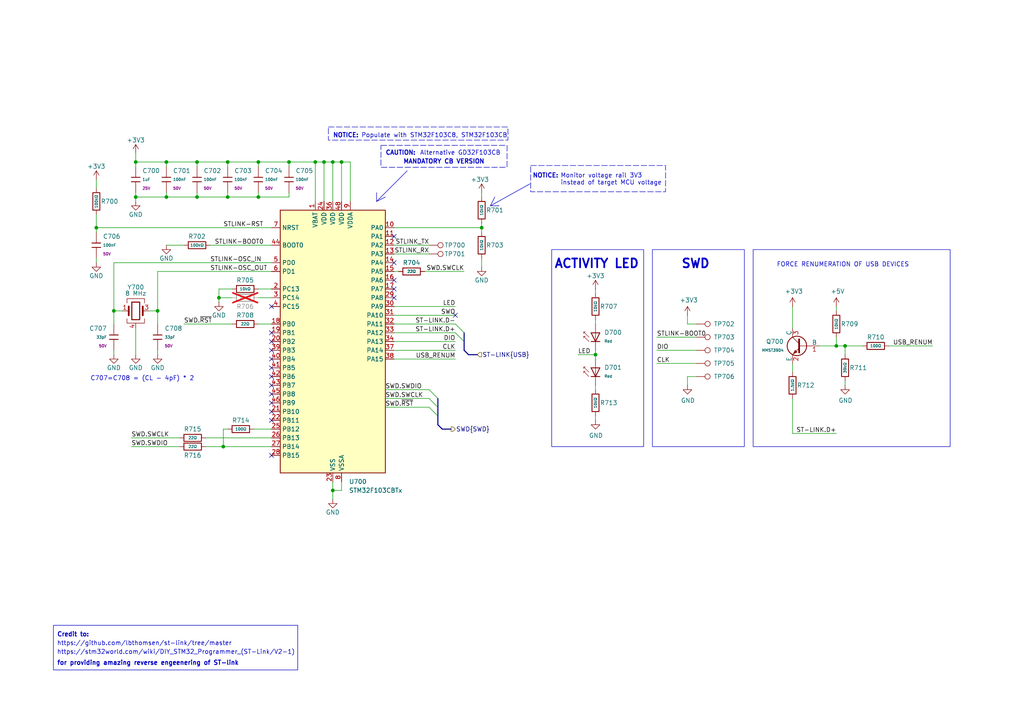
<source format=kicad_sch>
(kicad_sch (version 20250114) (generator "eeschema") (generator_version "9.0")
  (paper "A4")
  (title_block (title "ModuCard GPIO module") (date "2025-06-19") (rev "1.0.0") (company "KoNaR") (comment 1 "Base project authors: Dominik Pluta, Artem Horiunov") (comment 2 "Project author: Dominik Pluta"))
  (rectangle (start 218.44 72.39) (end 275.59 129.54))
  (rectangle (start 189.23 72.39) (end 215.9 129.54))
  (rectangle (start 110.49 42.164) (end 147.066 48.514) (stroke (width 0) (type dash)))
  (rectangle (start 160.02 72.39) (end 186.69 129.54))
  (rectangle (start 15.494 181.356) (end 86.36 194.31))
  (rectangle (start 153.924 48.006) (end 193.04 55.626) (stroke (width 0) (type dash)))
  (rectangle (start 95.25 36.83) (end 147.32 40.64) (stroke (width 0) (type dash)))
  (text "Alternative GD32F103CB " (at 133.985 44.45 0) (effects (font (size 1.27 1.27))))
  (text "SWD\n" (at 197.485 78.105 0) (effects (font (size 2.54 2.54) (thickness 0.508) (bold yes)) (justify left bottom)))
  (text "NOTICE:" (at 96.52 39.37 0) (effects (font (size 1.27 1.27) (bold yes)) (justify left)))
  (text "C707=C708 = (CL - 4pF) * 2\n" (at 41.275 109.855 0) (effects (font (size 1.27 1.27))))
  (text "Monitor voltage rail 3V3 \ninstead of target MCU voltage" (at 162.56 52.07 0) (effects (font (size 1.27 1.27)) (justify left)))
  (text "https://stm32world.com/wiki/DIY_STM32_Programmer_(ST-Link/V2-1)" (at 16.51 189.23 0) (effects (font (size 1.27 1.27)) (justify left)))
  (text "CAUTION:" (at 116.205 44.45 0) (effects (font (size 1.27 1.27) (bold yes))))
  (text "Populate with STM32F103C8, STM32F103CB\n" (at 104.775 39.37 0) (effects (font (size 1.27 1.27)) (justify left)))
  (text "ACTIVITY LED\n" (at 160.655 78.105 0) (effects (font (size 2.54 2.54) (thickness 0.508) (bold yes)) (justify left bottom)))
  (text "for providing amazing reverse engeenering of ST-link\n" (at 16.51 192.405 0) (effects (font (size 1.27 1.27) (bold yes)) (justify left)))
  (text " MANDATORY CB VERSION" (at 128.27 46.99 0) (effects (font (size 1.27 1.27) (bold yes))))
  (text "FORCE RENUMERATION OF USB DEVICES" (at 244.475 76.835 0) (effects (font (size 1.27 1.27))))
  (text "https://github.com/lbthomsen/st-link/tree/master" (at 16.51 186.69 0) (effects (font (size 1.27 1.27)) (justify left)))
  (text "NOTICE:" (at 158.242 51.054 0) (effects (font (size 1.27 1.27) (bold yes))))
  (text "Credit to:" (at 16.51 184.15 0) (effects (font (size 1.27 1.27) (bold yes)) (justify left)))
  (junction (at 63.5 86.36))
  (junction (at 39.37 46.99))
  (junction (at 66.04 57.15))
  (junction (at 45.72 90.17))
  (junction (at 27.94 66.04))
  (junction (at 83.82 46.99))
  (junction (at 91.44 46.99))
  (junction (at 39.37 57.15))
  (junction (at 99.06 46.99))
  (junction (at 66.04 46.99))
  (junction (at 74.93 46.99))
  (junction (at 96.52 142.24))
  (junction (at 33.02 90.17))
  (junction (at 245.11 100.33))
  (junction (at 48.26 46.99))
  (junction (at 172.72 102.87))
  (junction (at 96.52 46.99))
  (junction (at 57.15 46.99))
  (junction (at 64.77 129.54))
  (junction (at 57.15 57.15))
  (junction (at 242.57 100.33))
  (junction (at 48.26 57.15))
  (junction (at 93.98 46.99))
  (junction (at 74.93 57.15))
  (junction (at 139.7 66.04))
  (no_connect (at 78.74 99.06))
  (no_connect (at 114.3 81.28))
  (no_connect (at 78.74 106.68))
  (no_connect (at 78.74 88.9))
  (no_connect (at 78.74 121.92))
  (no_connect (at 78.74 111.76))
  (no_connect (at 78.74 114.3))
  (no_connect (at 114.3 68.58))
  (no_connect (at 78.74 132.08))
  (no_connect (at 78.74 96.52))
  (no_connect (at 114.3 76.2))
  (no_connect (at 132.08 91.44))
  (no_connect (at 78.74 101.6))
  (no_connect (at 78.74 119.38))
  (no_connect (at 78.74 116.84))
  (no_connect (at 78.74 104.14))
  (no_connect (at 114.3 86.36))
  (no_connect (at 114.3 83.82))
  (no_connect (at 78.74 109.22))
  (bus_entry (at 124.46 115.57) (size 2.54 2.54))
  (bus_entry (at 132.08 96.52) (size 2.54 2.54))
  (bus_entry (at 132.08 93.98) (size 2.54 2.54))
  (bus_entry (at 124.46 118.11) (size 2.54 2.54))
  (bus_entry (at 124.46 113.03) (size 2.54 2.54))
  (wire (pts (xy 96.52 139.7) (xy 96.52 142.24)))
  (wire (pts (xy 199.39 109.22) (xy 199.39 111.76)))
  (wire (pts (xy 99.06 139.7) (xy 99.06 142.24)))
  (wire (pts (xy 27.94 66.04) (xy 78.74 66.04)))
  (bus (pts (xy 135.89 102.87) (xy 134.62 101.6)))
  (wire (pts (xy 245.11 110.49) (xy 245.11 111.76)))
  (wire (pts (xy 114.3 73.66) (xy 124.46 73.66)))
  (wire (pts (xy 229.87 125.73) (xy 242.57 125.73)))
  (wire (pts (xy 242.57 100.33) (xy 245.11 100.33)))
  (bus (pts (xy 134.62 99.06) (xy 134.62 101.6)))
  (wire (pts (xy 38.1 129.54) (xy 52.07 129.54)))
  (wire (pts (xy 99.06 46.99) (xy 99.06 58.42)))
  (bus (pts (xy 128.27 124.46) (xy 130.81 124.46)))
  (wire (pts (xy 38.1 127) (xy 52.07 127)))
  (wire (pts (xy 74.93 57.15) (xy 83.82 57.15)))
  (wire (pts (xy 39.37 44.45) (xy 39.37 46.99)))
  (wire (pts (xy 48.26 46.99) (xy 57.15 46.99)))
  (wire (pts (xy 33.02 76.2) (xy 33.02 90.17)))
  (wire (pts (xy 114.3 93.98) (xy 132.08 93.98)))
  (polyline (pts (xy 109.22 55.88) (xy 109.22 58.42)))
  (wire (pts (xy 66.04 55.88) (xy 66.04 57.15)))
  (wire (pts (xy 190.5 97.79) (xy 201.93 97.79)))
  (wire (pts (xy 64.77 124.46) (xy 64.77 129.54)))
  (wire (pts (xy 96.52 142.24) (xy 96.52 144.78)))
  (wire (pts (xy 139.7 66.04) (xy 139.7 67.31)))
  (wire (pts (xy 111.76 113.03) (xy 124.46 113.03)))
  (wire (pts (xy 114.3 99.06) (xy 132.08 99.06)))
  (bus (pts (xy 135.89 102.87) (xy 138.43 102.87)))
  (wire (pts (xy 114.3 78.74) (xy 115.57 78.74)))
  (wire (pts (xy 242.57 100.33) (xy 237.49 100.33)))
  (bus (pts (xy 127 123.19) (xy 128.27 124.46)))
  (wire (pts (xy 101.6 46.99) (xy 99.06 46.99)))
  (wire (pts (xy 33.02 76.2) (xy 78.74 76.2)))
  (wire (pts (xy 63.5 83.82) (xy 63.5 86.36)))
  (wire (pts (xy 27.94 66.04) (xy 27.94 67.31)))
  (wire (pts (xy 245.11 102.87) (xy 245.11 100.33)))
  (wire (pts (xy 64.77 124.46) (xy 66.04 124.46)))
  (wire (pts (xy 114.3 101.6) (xy 132.08 101.6)))
  (wire (pts (xy 39.37 95.25) (xy 39.37 102.87)))
  (wire (pts (xy 172.72 121.92) (xy 172.72 120.65)))
  (wire (pts (xy 74.93 83.82) (xy 78.74 83.82)))
  (wire (pts (xy 74.93 46.99) (xy 83.82 46.99)))
  (wire (pts (xy 57.15 46.99) (xy 57.15 48.26)))
  (wire (pts (xy 99.06 46.99) (xy 96.52 46.99)))
  (wire (pts (xy 53.34 93.98) (xy 67.31 93.98)))
  (wire (pts (xy 270.51 100.33) (xy 257.81 100.33)))
  (wire (pts (xy 199.39 91.44) (xy 199.39 93.98)))
  (wire (pts (xy 229.87 105.41) (xy 229.87 107.95)))
  (wire (pts (xy 190.5 105.41) (xy 201.93 105.41)))
  (wire (pts (xy 57.15 46.99) (xy 66.04 46.99)))
  (bus (pts (xy 127 118.11) (xy 127 115.57)))
  (wire (pts (xy 66.04 46.99) (xy 74.93 46.99)))
  (wire (pts (xy 48.26 46.99) (xy 48.26 48.26)))
  (wire (pts (xy 59.69 127) (xy 78.74 127)))
  (wire (pts (xy 114.3 71.12) (xy 124.46 71.12)))
  (wire (pts (xy 242.57 97.79) (xy 242.57 100.33)))
  (bus (pts (xy 127 120.65) (xy 127 123.19)))
  (wire (pts (xy 139.7 64.77) (xy 139.7 66.04)))
  (wire (pts (xy 39.37 57.15) (xy 48.26 57.15)))
  (polyline (pts (xy 109.22 58.42) (xy 111.76 57.15)))
  (wire (pts (xy 101.6 58.42) (xy 101.6 46.99)))
  (wire (pts (xy 96.52 46.99) (xy 96.52 58.42)))
  (wire (pts (xy 111.76 115.57) (xy 124.46 115.57)))
  (wire (pts (xy 60.96 71.12) (xy 78.74 71.12)))
  (wire (pts (xy 83.82 55.88) (xy 83.82 57.15)))
  (wire (pts (xy 27.94 74.93) (xy 27.94 76.2)))
  (wire (pts (xy 229.87 115.57) (xy 229.87 125.73)))
  (wire (pts (xy 172.72 85.09) (xy 172.72 83.82)))
  (wire (pts (xy 91.44 46.99) (xy 93.98 46.99)))
  (wire (pts (xy 39.37 46.99) (xy 48.26 46.99)))
  (wire (pts (xy 78.74 86.36) (xy 74.93 86.36)))
  (wire (pts (xy 43.18 90.17) (xy 45.72 90.17)))
  (wire (pts (xy 74.93 55.88) (xy 74.93 57.15)))
  (wire (pts (xy 39.37 55.88) (xy 39.37 57.15)))
  (wire (pts (xy 139.7 55.88) (xy 139.7 57.15)))
  (wire (pts (xy 48.26 71.12) (xy 53.34 71.12)))
  (wire (pts (xy 33.02 90.17) (xy 33.02 93.98)))
  (wire (pts (xy 114.3 104.14) (xy 132.08 104.14)))
  (wire (pts (xy 73.66 124.46) (xy 78.74 124.46)))
  (wire (pts (xy 83.82 46.99) (xy 91.44 46.99)))
  (wire (pts (xy 27.94 52.07) (xy 27.94 54.61)))
  (wire (pts (xy 64.77 129.54) (xy 78.74 129.54)))
  (wire (pts (xy 139.7 74.93) (xy 139.7 77.47)))
  (wire (pts (xy 48.26 55.88) (xy 48.26 57.15)))
  (wire (pts (xy 114.3 66.04) (xy 139.7 66.04)))
  (wire (pts (xy 63.5 83.82) (xy 67.31 83.82)))
  (wire (pts (xy 74.93 46.99) (xy 74.93 48.26)))
  (wire (pts (xy 114.3 91.44) (xy 132.08 91.44)))
  (bus (pts (xy 127 118.11) (xy 127 120.65)))
  (bus (pts (xy 134.62 96.52) (xy 134.62 99.06)))
  (wire (pts (xy 45.72 78.74) (xy 78.74 78.74)))
  (wire (pts (xy 114.3 96.52) (xy 132.08 96.52)))
  (wire (pts (xy 57.15 55.88) (xy 57.15 57.15)))
  (wire (pts (xy 172.72 111.76) (xy 172.72 113.03)))
  (wire (pts (xy 27.94 62.23) (xy 27.94 66.04)))
  (wire (pts (xy 242.57 88.9) (xy 242.57 90.17)))
  (polyline (pts (xy 153.67 53.34) (xy 142.24 59.69)))
  (wire (pts (xy 63.5 86.36) (xy 63.5 87.63)))
  (wire (pts (xy 66.04 57.15) (xy 74.93 57.15)))
  (wire (pts (xy 45.72 78.74) (xy 45.72 90.17)))
  (wire (pts (xy 114.3 88.9) (xy 132.08 88.9)))
  (wire (pts (xy 74.93 93.98) (xy 78.74 93.98)))
  (wire (pts (xy 250.19 100.33) (xy 245.11 100.33)))
  (polyline (pts (xy 142.24 59.69) (xy 144.78 59.69)))
  (wire (pts (xy 39.37 46.99) (xy 39.37 48.26)))
  (wire (pts (xy 39.37 57.15) (xy 39.37 58.42)))
  (wire (pts (xy 33.02 90.17) (xy 35.56 90.17)))
  (wire (pts (xy 190.5 101.6) (xy 201.93 101.6)))
  (wire (pts (xy 45.72 90.17) (xy 45.72 93.98)))
  (wire (pts (xy 99.06 142.24) (xy 96.52 142.24)))
  (wire (pts (xy 229.87 88.9) (xy 229.87 95.25)))
  (wire (pts (xy 48.26 57.15) (xy 57.15 57.15)))
  (wire (pts (xy 91.44 46.99) (xy 91.44 58.42)))
  (wire (pts (xy 199.39 93.98) (xy 201.93 93.98)))
  (wire (pts (xy 93.98 46.99) (xy 93.98 58.42)))
  (wire (pts (xy 111.76 118.11) (xy 124.46 118.11)))
  (wire (pts (xy 45.72 101.6) (xy 45.72 102.87)))
  (wire (pts (xy 172.72 93.98) (xy 172.72 92.71)))
  (wire (pts (xy 59.69 129.54) (xy 64.77 129.54)))
  (wire (pts (xy 66.04 46.99) (xy 66.04 48.26)))
  (polyline (pts (xy 142.24 59.69) (xy 143.51 57.15)))
  (wire (pts (xy 201.93 109.22) (xy 199.39 109.22)))
  (wire (pts (xy 172.72 102.87) (xy 167.64 102.87)))
  (wire (pts (xy 63.5 86.36) (xy 67.31 86.36)))
  (wire (pts (xy 123.19 78.74) (xy 134.62 78.74)))
  (wire (pts (xy 33.02 101.6) (xy 33.02 102.87)))
  (wire (pts (xy 57.15 57.15) (xy 66.04 57.15)))
  (wire (pts (xy 172.72 101.6) (xy 172.72 102.87)))
  (wire (pts (xy 83.82 48.26) (xy 83.82 46.99)))
  (wire (pts (xy 96.52 46.99) (xy 93.98 46.99)))
  (wire (pts (xy 172.72 104.14) (xy 172.72 102.87)))
  (polyline (pts (xy 118.11 49.53) (xy 109.22 58.42)))
  (label "STLINK_RX" (at 124.46 73.66 180))
  (label "STLINK-BOOT0" (at 190.5 97.79 0))
  (label "SWO" (at 132.08 91.44 180))
  (label "ST-LINK.D-" (at 132.08 93.98 180))
  (label "USB_RENUM" (at 132.08 104.14 180))
  (label "SWD.SWDIO" (at 111.76 113.03 0))
  (label "STLINK_TX" (at 124.46 71.12 180))
  (label "STLINK-BOOT0" (at 62.23 71.12 0))
  (label "SWD.SWCLK" (at 111.76 115.57 0))
  (label "SWD.SWDIO" (at 38.1 129.54 0))
  (label "CLK" (at 190.5 105.41 0))
  (label "LED" (at 132.08 88.9 180))
  (label "LED" (at 167.64 102.87 0))
  (label "STLINK-RST" (at 64.77 66.04 0))
  (label "STLINK-OSC_OUT" (at 60.96 78.74 0))
  (label "ST-LINK.D+" (at 132.08 96.52 180))
  (label "USB_RENUM" (at 270.51 100.33 180))
  (label "SWD.~{RST}" (at 111.76 118.11 0))
  (label "SWD.SWCLK" (at 134.62 78.74 180))
  (label "STLINK-OSC_IN" (at 60.96 76.2 0))
  (label "ST-LINK.D+" (at 242.57 125.73 180))
  (label "SWD.~{RST}" (at 53.34 93.98 0))
  (label "SWD.SWCLK" (at 38.1 127 0))
  (label "DIO" (at 190.5 101.6 0))
  (label "CLK" (at 132.08 101.6 180))
  (label "DIO" (at 132.08 99.06 180))
  (hierarchical_label "SWD{SWD}" (shape output) (at 130.81 124.46 0))
  (hierarchical_label "ST-LINK{USB}" (shape input) (at 138.43 102.87 0))
  (symbol (lib_id "PCM_JLCPCB-Capacitors:0402,33pF") (at 33.02 97.79 0) (unit 1)
    (property "Reference" "C707" (at 30.988 95.2499 0) (effects (justify right)))
    (property "Value" "33pF" (at 30.988 97.79 0) (effects (font (size 0.8 0.8)) (justify right)))
    (property "Footprint" "PCM_JLCPCB:C_0402" (effects (hide yes)))
    (property "Datasheet" "https://www.lcsc.com/datasheet/lcsc_datasheet_2304140030_FH--Guangdong-Fenghua-Advanced-Tech-0402CG330J500NT_C1562.pdf" (effects (hide yes)))
    (property "Description" "50V 33pF C0G ±5% 0402 Multilayer Ceramic Capacitors MLCC - SMD/SMT ROHS" (effects (hide yes)))
    (property "LCSC" "C1562" (effects (hide yes)))
    (property "Stock" "1049076" (effects (hide yes)))
    (property "Price" "0.004USD" (effects (hide yes)))
    (property "Process" "SMT" (effects (hide yes)))
    (property "Minimum Qty" "20" (effects (hide yes)))
    (property "Attrition Qty" "10" (effects (hide yes)))
    (property "Class" "Basic Component" (effects (hide yes)))
    (property "Category" "Capacitors,Multilayer Ceramic Capacitors MLCC - SMD/SMT" (effects (hide yes)))
    (property "Manufacturer" "FH(Guangdong Fenghua Advanced Tech)" (effects (hide yes)))
    (property "Part" "0402CG330J500NT" (effects (hide yes)))
    (property "Voltage Rated" "50V" (at 30.988 100.33 0) (effects (font (size 0.8 0.8)) (justify right)))
    (property "Tolerance" "±5%" (effects (hide yes)))
    (property "Capacitance" "33pF" (effects (hide yes)))
    (property "Temperature Coefficient" "C0G" (effects (hide yes)))
  )
  (symbol (lib_id "PCM_JLCPCB-Resistors:0402,1.5kΩ") (at 229.87 111.76 0) (unit 1)
    (property "Reference" "R712" (at 231.14 111.76 0) (effects (justify left)))
    (property "Value" "1.5kΩ" (at 229.87 111.76 90) (effects (font (size 0.8 0.8))))
    (property "Footprint" "PCM_JLCPCB:R_0402" (effects (hide yes)))
    (property "Datasheet" "https://www.lcsc.com/datasheet/lcsc_datasheet_2206010045_UNI-ROYAL-Uniroyal-Elec-0402WGF1501TCE_C25867.pdf" (effects (hide yes)))
    (property "Description" "62.5mW Thick Film Resistors 50V ±100ppm/°C ±1% 1.5kΩ 0402 Chip Resistor - Surface Mount ROHS" (effects (hide yes)))
    (property "LCSC" "C25867" (effects (hide yes)))
    (property "Stock" "853285" (effects (hide yes)))
    (property "Price" "0.004USD" (effects (hide yes)))
    (property "Process" "SMT" (effects (hide yes)))
    (property "Minimum Qty" "20" (effects (hide yes)))
    (property "Attrition Qty" "10" (effects (hide yes)))
    (property "Class" "Basic Component" (effects (hide yes)))
    (property "Category" "Resistors,Chip Resistor - Surface Mount" (effects (hide yes)))
    (property "Manufacturer" "UNI-ROYAL(Uniroyal Elec)" (effects (hide yes)))
    (property "Part" "0402WGF1501TCE" (effects (hide yes)))
    (property "Resistance" "1.5kΩ" (effects (hide yes)))
    (property "Power(Watts)" "62.5mW" (effects (hide yes)))
    (property "Type" "Thick Film Resistors" (effects (hide yes)))
    (property "Overload Voltage (Max)" "50V" (effects (hide yes)))
    (property "Operating Temperature Range" "-55°C~+155°C" (effects (hide yes)))
    (property "Tolerance" "±1%" (effects (hide yes)))
    (property "Temperature Coefficient" "±100ppm/°C" (effects (hide yes)))
  )
  (symbol (lib_id "power:GND") (at 27.94 76.2 0) (unit 1)
    (property "Reference" "#PWR705" (effects (hide yes)))
    (property "Value" "GND" (at 27.94 80.01 0))
    (property "Description" "Power symbol creates a global label with name \"GND\" , ground" (effects (hide yes)))
  )
  (symbol (lib_id "PCM_JLCPCB-Capacitors:0402,100nF,(2)") (at 27.94 71.12 0) (unit 1)
    (property "Reference" "C706" (at 29.845 68.5799 0) (effects (justify left)))
    (property "Value" "100nF" (at 29.845 71.12 0) (effects (font (size 0.8 0.8)) (justify left)))
    (property "Footprint" "PCM_JLCPCB:C_0402" (effects (hide yes)))
    (property "Datasheet" "https://www.lcsc.com/datasheet/lcsc_datasheet_2304140030_Samsung-Electro-Mechanics-CL05B104KB54PNC_C307331.pdf" (effects (hide yes)))
    (property "Description" "50V 100nF X7R ±10% 0402 Multilayer Ceramic Capacitors MLCC - SMD/SMT ROHS" (effects (hide yes)))
    (property "LCSC" "C307331" (effects (hide yes)))
    (property "Stock" "5436546" (effects (hide yes)))
    (property "Price" "0.008USD" (effects (hide yes)))
    (property "Process" "SMT" (effects (hide yes)))
    (property "Minimum Qty" "20" (effects (hide yes)))
    (property "Attrition Qty" "10" (effects (hide yes)))
    (property "Class" "Basic Component" (effects (hide yes)))
    (property "Category" "Capacitors,Multilayer Ceramic Capacitors MLCC - SMD/SMT" (effects (hide yes)))
    (property "Manufacturer" "Samsung Electro-Mechanics" (effects (hide yes)))
    (property "Part" "CL05B104KB54PNC" (effects (hide yes)))
    (property "Voltage Rated" "50V" (at 29.845 73.66 0) (effects (font (size 0.8 0.8)) (justify left)))
    (property "Tolerance" "±10%" (effects (hide yes)))
    (property "Capacitance" "100nF" (effects (hide yes)))
    (property "Temperature Coefficient" "X7R" (effects (hide yes)))
  )
  (symbol (lib_id "power:GND") (at 39.37 58.42 0) (unit 1)
    (property "Reference" "#PWR703" (effects (hide yes)))
    (property "Value" "GND" (at 39.37 62.23 0))
    (property "Description" "Power symbol creates a global label with name \"GND\" , ground" (effects (hide yes)))
  )
  (symbol (lib_id "power:GND") (at 39.37 102.87 0) (unit 1)
    (property "Reference" "#PWR331" (effects (hide yes)))
    (property "Value" "GND" (at 39.37 106.68 0))
    (property "Description" "Power symbol creates a global label with name \"GND\" , ground" (effects (hide yes)))
  )
  (symbol (lib_id "PCM_JLCPCB-Resistors:0402,10kΩ") (at 71.12 86.36 90) (unit 1) (in_bom no) (dnp yes)
    (property "Reference" "R706" (at 71.12 88.9 90))
    (property "Value" "10kΩ" (at 71.12 86.36 90) (effects (font (size 0.8 0.8))))
    (property "Footprint" "PCM_JLCPCB:R_0402" (effects (hide yes)))
    (property "Datasheet" "https://www.lcsc.com/datasheet/lcsc_datasheet_2411221126_UNI-ROYAL-Uniroyal-Elec-0402WGF1002TCE_C25744.pdf" (effects (hide yes)))
    (property "Description" "62.5mW Thick Film Resistors 50V ±100ppm/°C ±1% 10kΩ 0402 Chip Resistor - Surface Mount ROHS" (effects (hide yes)))
    (property "LCSC" "C25744" (effects (hide yes)))
    (property "Stock" "13746052" (effects (hide yes)))
    (property "Price" "0.004USD" (effects (hide yes)))
    (property "Process" "SMT" (effects (hide yes)))
    (property "Minimum Qty" "5" (effects (hide yes)))
    (property "Attrition Qty" "0" (effects (hide yes)))
    (property "Class" "Basic Component" (effects (hide yes)))
    (property "Category" "Resistors,Chip Resistor - Surface Mount" (effects (hide yes)))
    (property "Manufacturer" "UNI-ROYAL(Uniroyal Elec)" (effects (hide yes)))
    (property "Part" "0402WGF1002TCE" (effects (hide yes)))
    (property "Resistance" "10kΩ" (effects (hide yes)))
    (property "Power(Watts)" "62.5mW" (effects (hide yes)))
    (property "Type" "Thick Film Resistors" (effects (hide yes)))
    (property "Overload Voltage (Max)" "50V" (effects (hide yes)))
    (property "Operating Temperature Range" "-55°C~+155°C" (effects (hide yes)))
    (property "Tolerance" "±1%" (effects (hide yes)))
    (property "Temperature Coefficient" "±100ppm/°C" (effects (hide yes)))
  )
  (symbol (lib_id "power:GND") (at 139.7 77.47 0) (unit 1)
    (property "Reference" "#PWR706" (effects (hide yes)))
    (property "Value" "GND" (at 139.7 81.28 0))
    (property "Description" "Power symbol creates a global label with name \"GND\" , ground" (effects (hide yes)))
  )
  (symbol (lib_id "PCM_JLCPCB-Capacitors:0402,100nF,(2)") (at 83.82 52.07 0) (unit 1)
    (property "Reference" "C705" (at 85.725 49.5299 0) (effects (justify left)))
    (property "Value" "100nF" (at 85.725 52.07 0) (effects (font (size 0.8 0.8)) (justify left)))
    (property "Footprint" "PCM_JLCPCB:C_0402" (effects (hide yes)))
    (property "Datasheet" "https://www.lcsc.com/datasheet/lcsc_datasheet_2304140030_Samsung-Electro-Mechanics-CL05B104KB54PNC_C307331.pdf" (effects (hide yes)))
    (property "Description" "50V 100nF X7R ±10% 0402 Multilayer Ceramic Capacitors MLCC - SMD/SMT ROHS" (effects (hide yes)))
    (property "LCSC" "C307331" (effects (hide yes)))
    (property "Stock" "5436546" (effects (hide yes)))
    (property "Price" "0.008USD" (effects (hide yes)))
    (property "Process" "SMT" (effects (hide yes)))
    (property "Minimum Qty" "20" (effects (hide yes)))
    (property "Attrition Qty" "10" (effects (hide yes)))
    (property "Class" "Basic Component" (effects (hide yes)))
    (property "Category" "Capacitors,Multilayer Ceramic Capacitors MLCC - SMD/SMT" (effects (hide yes)))
    (property "Manufacturer" "Samsung Electro-Mechanics" (effects (hide yes)))
    (property "Part" "CL05B104KB54PNC" (effects (hide yes)))
    (property "Voltage Rated" "50V" (at 85.725 54.61 0) (effects (font (size 0.8 0.8)) (justify left)))
    (property "Tolerance" "±10%" (effects (hide yes)))
    (property "Capacitance" "100nF" (effects (hide yes)))
    (property "Temperature Coefficient" "X7R" (effects (hide yes)))
  )
  (symbol (lib_id "power:GND") (at 45.72 102.87 0) (unit 1)
    (property "Reference" "#PWR713" (effects (hide yes)))
    (property "Value" "GND" (at 45.72 106.68 0))
    (property "Description" "Power symbol creates a global label with name \"GND\" , ground" (effects (hide yes)))
  )
  (symbol (lib_id "Connector:TestPoint") (at 201.93 101.6 270) (unit 1)
    (property "Reference" "TP704" (at 207.01 101.5999 90) (effects (justify left)))
    (property "Value" "TestPoint" (effects (hide yes)))
    (property "Footprint" "TestPoint:TestPoint_Pad_D1.0mm" (effects (hide yes)))
    (property "Description" "test point" (effects (hide yes)))
  )
  (symbol (lib_id "PCM_JLCPCB-Resistors:0402,22Ω") (at 71.12 93.98 90) (unit 1)
    (property "Reference" "R708" (at 71.12 91.44 90))
    (property "Value" "22Ω" (at 71.12 93.98 90) (effects (font (size 0.8 0.8))))
    (property "Footprint" "PCM_JLCPCB:R_0402" (effects (hide yes)))
    (property "Datasheet" "https://www.lcsc.com/datasheet/lcsc_datasheet_2205311900_UNI-ROYAL-Uniroyal-Elec-0402WGF220JTCE_C25092.pdf" (effects (hide yes)))
    (property "Description" "62.5mW Thick Film Resistors 50V ±1% ±100ppm/°C 22Ω 0402 Chip Resistor - Surface Mount ROHS" (effects (hide yes)))
    (property "LCSC" "C25092" (effects (hide yes)))
    (property "Stock" "2158519" (effects (hide yes)))
    (property "Price" "0.004USD" (effects (hide yes)))
    (property "Process" "SMT" (effects (hide yes)))
    (property "Minimum Qty" "20" (effects (hide yes)))
    (property "Attrition Qty" "10" (effects (hide yes)))
    (property "Class" "Basic Component" (effects (hide yes)))
    (property "Category" "Resistors,Chip Resistor - Surface Mount" (effects (hide yes)))
    (property "Manufacturer" "UNI-ROYAL(Uniroyal Elec)" (effects (hide yes)))
    (property "Part" "0402WGF220JTCE" (effects (hide yes)))
    (property "Resistance" "22Ω" (effects (hide yes)))
    (property "Power(Watts)" "62.5mW" (effects (hide yes)))
    (property "Type" "Thick Film Resistors" (effects (hide yes)))
    (property "Overload Voltage (Max)" "50V" (effects (hide yes)))
    (property "Operating Temperature Range" "-55°C~+155°C" (effects (hide yes)))
    (property "Tolerance" "±1%" (effects (hide yes)))
    (property "Temperature Coefficient" "±100ppm/°C" (effects (hide yes)))
  )
  (symbol (lib_id "power:GND") (at 48.26 71.12 0) (unit 1)
    (property "Reference" "#PWR704" (effects (hide yes)))
    (property "Value" "GND" (at 48.26 74.93 0))
    (property "Description" "Power symbol creates a global label with name \"GND\" , ground" (effects (hide yes)))
  )
  (symbol (lib_id "PCM_JLCPCB-Capacitors:0402,100nF,(2)") (at 74.93 52.07 0) (unit 1)
    (property "Reference" "C704" (at 76.835 49.5299 0) (effects (justify left)))
    (property "Value" "100nF" (at 76.835 52.07 0) (effects (font (size 0.8 0.8)) (justify left)))
    (property "Footprint" "PCM_JLCPCB:C_0402" (effects (hide yes)))
    (property "Datasheet" "https://www.lcsc.com/datasheet/lcsc_datasheet_2304140030_Samsung-Electro-Mechanics-CL05B104KB54PNC_C307331.pdf" (effects (hide yes)))
    (property "Description" "50V 100nF X7R ±10% 0402 Multilayer Ceramic Capacitors MLCC - SMD/SMT ROHS" (effects (hide yes)))
    (property "LCSC" "C307331" (effects (hide yes)))
    (property "Stock" "5436546" (effects (hide yes)))
    (property "Price" "0.008USD" (effects (hide yes)))
    (property "Process" "SMT" (effects (hide yes)))
    (property "Minimum Qty" "20" (effects (hide yes)))
    (property "Attrition Qty" "10" (effects (hide yes)))
    (property "Class" "Basic Component" (effects (hide yes)))
    (property "Category" "Capacitors,Multilayer Ceramic Capacitors MLCC - SMD/SMT" (effects (hide yes)))
    (property "Manufacturer" "Samsung Electro-Mechanics" (effects (hide yes)))
    (property "Part" "CL05B104KB54PNC" (effects (hide yes)))
    (property "Voltage Rated" "50V" (at 76.835 54.61 0) (effects (font (size 0.8 0.8)) (justify left)))
    (property "Tolerance" "±10%" (effects (hide yes)))
    (property "Capacitance" "100nF" (effects (hide yes)))
    (property "Temperature Coefficient" "X7R" (effects (hide yes)))
  )
  (symbol (lib_id "power:+3V3") (at 199.39 91.44 0) (unit 1)
    (property "Reference" "#PWR711" (effects (hide yes)))
    (property "Value" "+3V3" (at 199.771 87.0458 0))
    (property "Description" "Power symbol creates a global label with name \"+3V3\"" (effects (hide yes)))
  )
  (symbol (lib_id "power:GND") (at 245.11 111.76 0) (unit 1)
    (property "Reference" "#PWR715" (effects (hide yes)))
    (property "Value" "GND" (at 245.237 116.1542 0))
    (property "Description" "Power symbol creates a global label with name \"GND\" , ground" (effects (hide yes)))
  )
  (symbol (lib_id "PCM_JLCPCB-Resistors:0402,10kΩ") (at 172.72 116.84 0) (unit 1)
    (property "Reference" "R713" (at 173.99 116.84 0) (effects (justify left)))
    (property "Value" "10kΩ" (at 172.72 116.84 90) (effects (font (size 0.8 0.8))))
    (property "Footprint" "PCM_JLCPCB:R_0402" (effects (hide yes)))
    (property "Datasheet" "https://www.lcsc.com/datasheet/lcsc_datasheet_2411221126_UNI-ROYAL-Uniroyal-Elec-0402WGF1002TCE_C25744.pdf" (effects (hide yes)))
    (property "Description" "62.5mW Thick Film Resistors 50V ±100ppm/°C ±1% 10kΩ 0402 Chip Resistor - Surface Mount ROHS" (effects (hide yes)))
    (property "LCSC" "C25744" (effects (hide yes)))
    (property "Stock" "13746052" (effects (hide yes)))
    (property "Price" "0.004USD" (effects (hide yes)))
    (property "Process" "SMT" (effects (hide yes)))
    (property "Minimum Qty" "5" (effects (hide yes)))
    (property "Attrition Qty" "0" (effects (hide yes)))
    (property "Class" "Basic Component" (effects (hide yes)))
    (property "Category" "Resistors,Chip Resistor - Surface Mount" (effects (hide yes)))
    (property "Manufacturer" "UNI-ROYAL(Uniroyal Elec)" (effects (hide yes)))
    (property "Part" "0402WGF1002TCE" (effects (hide yes)))
    (property "Resistance" "10kΩ" (effects (hide yes)))
    (property "Power(Watts)" "62.5mW" (effects (hide yes)))
    (property "Type" "Thick Film Resistors" (effects (hide yes)))
    (property "Overload Voltage (Max)" "50V" (effects (hide yes)))
    (property "Operating Temperature Range" "-55°C~+155°C" (effects (hide yes)))
    (property "Tolerance" "±1%" (effects (hide yes)))
    (property "Temperature Coefficient" "±100ppm/°C" (effects (hide yes)))
  )
  (symbol (lib_id "PCM_JLCPCB-Resistors:0402,22Ω") (at 119.38 78.74 90) (unit 1)
    (property "Reference" "R704" (at 119.38 76.2 90))
    (property "Value" "22Ω" (at 119.38 78.74 90) (effects (font (size 0.8 0.8))))
    (property "Footprint" "PCM_JLCPCB:R_0402" (effects (hide yes)))
    (property "Datasheet" "https://www.lcsc.com/datasheet/lcsc_datasheet_2205311900_UNI-ROYAL-Uniroyal-Elec-0402WGF220JTCE_C25092.pdf" (effects (hide yes)))
    (property "Description" "62.5mW Thick Film Resistors 50V ±1% ±100ppm/°C 22Ω 0402 Chip Resistor - Surface Mount ROHS" (effects (hide yes)))
    (property "LCSC" "C25092" (effects (hide yes)))
    (property "Stock" "2158519" (effects (hide yes)))
    (property "Price" "0.004USD" (effects (hide yes)))
    (property "Process" "SMT" (effects (hide yes)))
    (property "Minimum Qty" "20" (effects (hide yes)))
    (property "Attrition Qty" "10" (effects (hide yes)))
    (property "Class" "Basic Component" (effects (hide yes)))
    (property "Category" "Resistors,Chip Resistor - Surface Mount" (effects (hide yes)))
    (property "Manufacturer" "UNI-ROYAL(Uniroyal Elec)" (effects (hide yes)))
    (property "Part" "0402WGF220JTCE" (effects (hide yes)))
    (property "Resistance" "22Ω" (effects (hide yes)))
    (property "Power(Watts)" "62.5mW" (effects (hide yes)))
    (property "Type" "Thick Film Resistors" (effects (hide yes)))
    (property "Overload Voltage (Max)" "50V" (effects (hide yes)))
    (property "Operating Temperature Range" "-55°C~+155°C" (effects (hide yes)))
    (property "Tolerance" "±1%" (effects (hide yes)))
    (property "Temperature Coefficient" "±100ppm/°C" (effects (hide yes)))
  )
  (symbol (lib_id "PCM_JLCPCB-Capacitors:0402,100nF,(2)") (at 48.26 52.07 0) (unit 1)
    (property "Reference" "C701" (at 50.165 49.5299 0) (effects (justify left)))
    (property "Value" "100nF" (at 50.165 52.07 0) (effects (font (size 0.8 0.8)) (justify left)))
    (property "Footprint" "PCM_JLCPCB:C_0402" (effects (hide yes)))
    (property "Datasheet" "https://www.lcsc.com/datasheet/lcsc_datasheet_2304140030_Samsung-Electro-Mechanics-CL05B104KB54PNC_C307331.pdf" (effects (hide yes)))
    (property "Description" "50V 100nF X7R ±10% 0402 Multilayer Ceramic Capacitors MLCC - SMD/SMT ROHS" (effects (hide yes)))
    (property "LCSC" "C307331" (effects (hide yes)))
    (property "Stock" "5436546" (effects (hide yes)))
    (property "Price" "0.008USD" (effects (hide yes)))
    (property "Process" "SMT" (effects (hide yes)))
    (property "Minimum Qty" "20" (effects (hide yes)))
    (property "Attrition Qty" "10" (effects (hide yes)))
    (property "Class" "Basic Component" (effects (hide yes)))
    (property "Category" "Capacitors,Multilayer Ceramic Capacitors MLCC - SMD/SMT" (effects (hide yes)))
    (property "Manufacturer" "Samsung Electro-Mechanics" (effects (hide yes)))
    (property "Part" "CL05B104KB54PNC" (effects (hide yes)))
    (property "Voltage Rated" "50V" (at 50.165 54.61 0) (effects (font (size 0.8 0.8)) (justify left)))
    (property "Tolerance" "±10%" (effects (hide yes)))
    (property "Capacitance" "100nF" (effects (hide yes)))
    (property "Temperature Coefficient" "X7R" (effects (hide yes)))
  )
  (symbol (lib_id "PCM_JLCPCB-Capacitors:0402,100nF,(2)") (at 57.15 52.07 0) (unit 1)
    (property "Reference" "C702" (at 59.055 49.5299 0) (effects (justify left)))
    (property "Value" "100nF" (at 59.055 52.07 0) (effects (font (size 0.8 0.8)) (justify left)))
    (property "Footprint" "PCM_JLCPCB:C_0402" (effects (hide yes)))
    (property "Datasheet" "https://www.lcsc.com/datasheet/lcsc_datasheet_2304140030_Samsung-Electro-Mechanics-CL05B104KB54PNC_C307331.pdf" (effects (hide yes)))
    (property "Description" "50V 100nF X7R ±10% 0402 Multilayer Ceramic Capacitors MLCC - SMD/SMT ROHS" (effects (hide yes)))
    (property "LCSC" "C307331" (effects (hide yes)))
    (property "Stock" "5436546" (effects (hide yes)))
    (property "Price" "0.008USD" (effects (hide yes)))
    (property "Process" "SMT" (effects (hide yes)))
    (property "Minimum Qty" "20" (effects (hide yes)))
    (property "Attrition Qty" "10" (effects (hide yes)))
    (property "Class" "Basic Component" (effects (hide yes)))
    (property "Category" "Capacitors,Multilayer Ceramic Capacitors MLCC - SMD/SMT" (effects (hide yes)))
    (property "Manufacturer" "Samsung Electro-Mechanics" (effects (hide yes)))
    (property "Part" "CL05B104KB54PNC" (effects (hide yes)))
    (property "Voltage Rated" "50V" (at 59.055 54.61 0) (effects (font (size 0.8 0.8)) (justify left)))
    (property "Tolerance" "±10%" (effects (hide yes)))
    (property "Capacitance" "100nF" (effects (hide yes)))
    (property "Temperature Coefficient" "X7R" (effects (hide yes)))
  )
  (symbol (lib_id "Connector:TestPoint") (at 201.93 105.41 270) (unit 1)
    (property "Reference" "TP705" (at 207.01 105.4099 90) (effects (justify left)))
    (property "Value" "TestPoint" (effects (hide yes)))
    (property "Footprint" "TestPoint:TestPoint_Pad_D1.0mm" (effects (hide yes)))
    (property "Description" "test point" (effects (hide yes)))
  )
  (symbol (lib_id "PCM_JLCPCB-Resistors:0402,100kΩ") (at 57.15 71.12 90) (unit 1)
    (property "Reference" "R702" (at 57.15 68.58 90))
    (property "Value" "100kΩ" (at 57.15 71.12 90) (effects (font (size 0.8 0.8))))
    (property "Footprint" "PCM_JLCPCB:R_0402" (effects (hide yes)))
    (property "Datasheet" "https://www.lcsc.com/datasheet/lcsc_datasheet_2206010100_UNI-ROYAL-Uniroyal-Elec-0402WGF1003TCE_C25741.pdf" (effects (hide yes)))
    (property "Description" "62.5mW Thick Film Resistors 50V ±100ppm/°C ±1% 100kΩ 0402 Chip Resistor - Surface Mount ROHS" (effects (hide yes)))
    (property "LCSC" "C25741" (effects (hide yes)))
    (property "Stock" "5804343" (effects (hide yes)))
    (property "Price" "0.004USD" (effects (hide yes)))
    (property "Process" "SMT" (effects (hide yes)))
    (property "Minimum Qty" "20" (effects (hide yes)))
    (property "Attrition Qty" "10" (effects (hide yes)))
    (property "Class" "Basic Component" (effects (hide yes)))
    (property "Category" "Resistors,Chip Resistor - Surface Mount" (effects (hide yes)))
    (property "Manufacturer" "UNI-ROYAL(Uniroyal Elec)" (effects (hide yes)))
    (property "Part" "0402WGF1003TCE" (effects (hide yes)))
    (property "Resistance" "100kΩ" (effects (hide yes)))
    (property "Power(Watts)" "62.5mW" (effects (hide yes)))
    (property "Type" "Thick Film Resistors" (effects (hide yes)))
    (property "Overload Voltage (Max)" "50V" (effects (hide yes)))
    (property "Operating Temperature Range" "-55°C~+155°C" (effects (hide yes)))
    (property "Tolerance" "±1%" (effects (hide yes)))
    (property "Temperature Coefficient" "±100ppm/°C" (effects (hide yes)))
  )
  (symbol (lib_id "MCU_ST_STM32F1:STM32F103CBTx") (at 96.52 99.06 0) (unit 1)
    (property "Reference" "U700" (at 101.2033 139.7 0) (effects (justify left)))
    (property "Value" "STM32F103CBTx" (at 101.2033 142.24 0) (effects (justify left)))
    (property "Footprint" "Package_QFP:LQFP-48_7x7mm_P0.5mm" (effects (hide yes)))
    (property "Datasheet" "https://www.st.com/resource/en/datasheet/stm32f103cb.pdf" (effects (hide yes)))
    (property "Description" "STMicroelectronics Arm Cortex-M3 MCU, 128KB flash, 20KB RAM, 72 MHz, 2.0-3.6V, 37 GPIO, LQFP48" (effects (hide yes)))
  )
  (symbol (lib_id "power:+3V3") (at 172.72 83.82 0) (unit 1)
    (property "Reference" "#PWR707" (effects (hide yes)))
    (property "Value" "+3V3" (at 172.72 80.01 0))
    (property "Description" "Power symbol creates a global label with name \"+3V3\"" (effects (hide yes)))
  )
  (symbol (lib_id "PCM_JLCPCB-Resistors:0402,39kΩ") (at 245.11 106.68 0) (unit 1)
    (property "Reference" "R711" (at 246.38 106.68 0) (effects (justify left)))
    (property "Value" "39kΩ" (at 245.11 106.68 90) (effects (font (size 0.8 0.8))))
    (property "Footprint" "PCM_JLCPCB:R_0402" (effects (hide yes)))
    (property "Datasheet" "https://www.lcsc.com/datasheet/lcsc_datasheet_2206010100_UNI-ROYAL-Uniroyal-Elec-0402WGF3902TCE_C25783.pdf" (effects (hide yes)))
    (property "Description" "62.5mW Thick Film Resistors 50V ±100ppm/°C ±1% 39kΩ 0402 Chip Resistor - Surface Mount ROHS" (effects (hide yes)))
    (property "LCSC" "C25783" (effects (hide yes)))
    (property "Stock" "134046" (effects (hide yes)))
    (property "Price" "0.004USD" (effects (hide yes)))
    (property "Process" "SMT" (effects (hide yes)))
    (property "Minimum Qty" "20" (effects (hide yes)))
    (property "Attrition Qty" "10" (effects (hide yes)))
    (property "Class" "Preferred Component" (effects (hide yes)))
    (property "Category" "Resistors,Chip Resistor - Surface Mount" (effects (hide yes)))
    (property "Manufacturer" "UNI-ROYAL(Uniroyal Elec)" (effects (hide yes)))
    (property "Part" "0402WGF3902TCE" (effects (hide yes)))
    (property "Resistance" "39kΩ" (effects (hide yes)))
    (property "Power(Watts)" "62.5mW" (effects (hide yes)))
    (property "Type" "Thick Film Resistors" (effects (hide yes)))
    (property "Overload Voltage (Max)" "50V" (effects (hide yes)))
    (property "Operating Temperature Range" "-55°C~+155°C" (effects (hide yes)))
    (property "Tolerance" "±1%" (effects (hide yes)))
    (property "Temperature Coefficient" "±100ppm/°C" (effects (hide yes)))
  )
  (symbol (lib_id "PCM_JLCPCB-Resistors:0402,10kΩ") (at 172.72 88.9 0) (unit 1)
    (property "Reference" "R707" (at 173.99 88.9 0) (effects (justify left)))
    (property "Value" "10kΩ" (at 172.72 88.9 90) (effects (font (size 0.8 0.8))))
    (property "Footprint" "PCM_JLCPCB:R_0402" (effects (hide yes)))
    (property "Datasheet" "https://www.lcsc.com/datasheet/lcsc_datasheet_2411221126_UNI-ROYAL-Uniroyal-Elec-0402WGF1002TCE_C25744.pdf" (effects (hide yes)))
    (property "Description" "62.5mW Thick Film Resistors 50V ±100ppm/°C ±1% 10kΩ 0402 Chip Resistor - Surface Mount ROHS" (effects (hide yes)))
    (property "LCSC" "C25744" (effects (hide yes)))
    (property "Stock" "13746052" (effects (hide yes)))
    (property "Price" "0.004USD" (effects (hide yes)))
    (property "Process" "SMT" (effects (hide yes)))
    (property "Minimum Qty" "5" (effects (hide yes)))
    (property "Attrition Qty" "0" (effects (hide yes)))
    (property "Class" "Basic Component" (effects (hide yes)))
    (property "Category" "Resistors,Chip Resistor - Surface Mount" (effects (hide yes)))
    (property "Manufacturer" "UNI-ROYAL(Uniroyal Elec)" (effects (hide yes)))
    (property "Part" "0402WGF1002TCE" (effects (hide yes)))
    (property "Resistance" "10kΩ" (effects (hide yes)))
    (property "Power(Watts)" "62.5mW" (effects (hide yes)))
    (property "Type" "Thick Film Resistors" (effects (hide yes)))
    (property "Overload Voltage (Max)" "50V" (effects (hide yes)))
    (property "Operating Temperature Range" "-55°C~+155°C" (effects (hide yes)))
    (property "Tolerance" "±1%" (effects (hide yes)))
    (property "Temperature Coefficient" "±100ppm/°C" (effects (hide yes)))
  )
  (symbol (lib_id "PCM_JLCPCB-Resistors:0402,100Ω") (at 69.85 124.46 90) (unit 1)
    (property "Reference" "R714" (at 69.85 121.92 90))
    (property "Value" "100Ω" (at 69.85 124.46 90) (effects (font (size 0.8 0.8))))
    (property "Footprint" "PCM_JLCPCB:R_0402" (effects (hide yes)))
    (property "Datasheet" "https://www.lcsc.com/datasheet/lcsc_datasheet_2205311900_UNI-ROYAL-Uniroyal-Elec-0402WGF1000TCE_C25076.pdf" (effects (hide yes)))
    (property "Description" "62.5mW Thick Film Resistors 50V ±1% ±200ppm/°C 100Ω 0402 Chip Resistor - Surface Mount ROHS" (effects (hide yes)))
    (property "LCSC" "C25076" (effects (hide yes)))
    (property "Stock" "3389382" (effects (hide yes)))
    (property "Price" "0.004USD" (effects (hide yes)))
    (property "Process" "SMT" (effects (hide yes)))
    (property "Minimum Qty" "20" (effects (hide yes)))
    (property "Attrition Qty" "10" (effects (hide yes)))
    (property "Class" "Basic Component" (effects (hide yes)))
    (property "Category" "Resistors,Chip Resistor - Surface Mount" (effects (hide yes)))
    (property "Manufacturer" "UNI-ROYAL(Uniroyal Elec)" (effects (hide yes)))
    (property "Part" "0402WGF1000TCE" (effects (hide yes)))
    (property "Resistance" "100Ω" (effects (hide yes)))
    (property "Power(Watts)" "62.5mW" (effects (hide yes)))
    (property "Type" "Thick Film Resistors" (effects (hide yes)))
    (property "Overload Voltage (Max)" "50V" (effects (hide yes)))
    (property "Operating Temperature Range" "-55°C~+155°C" (effects (hide yes)))
    (property "Tolerance" "±1%" (effects (hide yes)))
    (property "Temperature Coefficient" "±200ppm/°C" (effects (hide yes)))
  )
  (symbol (lib_id "power:GND") (at 172.72 121.92 0) (unit 1)
    (property "Reference" "#PWR716" (effects (hide yes)))
    (property "Value" "GND" (at 172.847 126.3142 0))
    (property "Description" "Power symbol creates a global label with name \"GND\" , ground" (effects (hide yes)))
  )
  (symbol (lib_id "PCM_JLCPCB-Diodes:LED,0603,Red") (at 172.72 97.79 0) (unit 1)
    (property "Reference" "D700" (at 175.26 96.4246 0) (effects (justify left)))
    (property "Value" "Red" (at 175.26 98.9647 0) (effects (font (size 0.8 0.8)) (justify left)))
    (property "Footprint" "PCM_JLCPCB:D_0603" (effects (hide yes)))
    (property "Datasheet" "https://www.lcsc.com/datasheet/lcsc_datasheet_1810231112_Hubei-KENTO-Elec-KT-0603R_C2286.pdf" (effects (hide yes)))
    (property "Description" "-40°C~+85°C Red 0603 LED Indication - Discrete ROHS" (effects (hide yes)))
    (property "LCSC" "C2286" (effects (hide yes)))
    (property "Stock" "3289269" (effects (hide yes)))
    (property "Price" "0.009USD" (effects (hide yes)))
    (property "Process" "SMT" (effects (hide yes)))
    (property "Minimum Qty" "20" (effects (hide yes)))
    (property "Attrition Qty" "6" (effects (hide yes)))
    (property "Class" "Basic Component" (effects (hide yes)))
    (property "Category" "Optocouplers & LEDs & Infrared,Light Emitting Diodes (LED)" (effects (hide yes)))
    (property "Manufacturer" "Hubei KENTO Elec" (effects (hide yes)))
    (property "Part" "KT-0603R" (effects (hide yes)))
  )
  (symbol (lib_id "PCM_JLCPCB-Resistors:0402,22Ω") (at 55.88 129.54 90) (unit 1)
    (property "Reference" "R716" (at 55.88 132.08 90))
    (property "Value" "22Ω" (at 55.88 129.54 90) (effects (font (size 0.8 0.8))))
    (property "Footprint" "PCM_JLCPCB:R_0402" (effects (hide yes)))
    (property "Datasheet" "https://www.lcsc.com/datasheet/lcsc_datasheet_2205311900_UNI-ROYAL-Uniroyal-Elec-0402WGF220JTCE_C25092.pdf" (effects (hide yes)))
    (property "Description" "62.5mW Thick Film Resistors 50V ±1% ±100ppm/°C 22Ω 0402 Chip Resistor - Surface Mount ROHS" (effects (hide yes)))
    (property "LCSC" "C25092" (effects (hide yes)))
    (property "Stock" "2158519" (effects (hide yes)))
    (property "Price" "0.004USD" (effects (hide yes)))
    (property "Process" "SMT" (effects (hide yes)))
    (property "Minimum Qty" "20" (effects (hide yes)))
    (property "Attrition Qty" "10" (effects (hide yes)))
    (property "Class" "Basic Component" (effects (hide yes)))
    (property "Category" "Resistors,Chip Resistor - Surface Mount" (effects (hide yes)))
    (property "Manufacturer" "UNI-ROYAL(Uniroyal Elec)" (effects (hide yes)))
    (property "Part" "0402WGF220JTCE" (effects (hide yes)))
    (property "Resistance" "22Ω" (effects (hide yes)))
    (property "Power(Watts)" "62.5mW" (effects (hide yes)))
    (property "Type" "Thick Film Resistors" (effects (hide yes)))
    (property "Overload Voltage (Max)" "50V" (effects (hide yes)))
    (property "Operating Temperature Range" "-55°C~+155°C" (effects (hide yes)))
    (property "Tolerance" "±1%" (effects (hide yes)))
    (property "Temperature Coefficient" "±100ppm/°C" (effects (hide yes)))
  )
  (symbol (lib_id "power:+3V3") (at 229.87 88.9 0) (unit 1)
    (property "Reference" "#PWR709" (effects (hide yes)))
    (property "Value" "+3V3" (at 230.251 84.5058 0))
    (property "Description" "Power symbol creates a global label with name \"+3V3\"" (effects (hide yes)))
  )
  (symbol (lib_id "PCM_JLCPCB-Resistors:0402,22Ω") (at 55.88 127 90) (unit 1)
    (property "Reference" "R715" (at 55.88 124.46 90))
    (property "Value" "22Ω" (at 55.88 127 90) (effects (font (size 0.8 0.8))))
    (property "Footprint" "PCM_JLCPCB:R_0402" (effects (hide yes)))
    (property "Datasheet" "https://www.lcsc.com/datasheet/lcsc_datasheet_2205311900_UNI-ROYAL-Uniroyal-Elec-0402WGF220JTCE_C25092.pdf" (effects (hide yes)))
    (property "Description" "62.5mW Thick Film Resistors 50V ±1% ±100ppm/°C 22Ω 0402 Chip Resistor - Surface Mount ROHS" (effects (hide yes)))
    (property "LCSC" "C25092" (effects (hide yes)))
    (property "Stock" "2158519" (effects (hide yes)))
    (property "Price" "0.004USD" (effects (hide yes)))
    (property "Process" "SMT" (effects (hide yes)))
    (property "Minimum Qty" "20" (effects (hide yes)))
    (property "Attrition Qty" "10" (effects (hide yes)))
    (property "Class" "Basic Component" (effects (hide yes)))
    (property "Category" "Resistors,Chip Resistor - Surface Mount" (effects (hide yes)))
    (property "Manufacturer" "UNI-ROYAL(Uniroyal Elec)" (effects (hide yes)))
    (property "Part" "0402WGF220JTCE" (effects (hide yes)))
    (property "Resistance" "22Ω" (effects (hide yes)))
    (property "Power(Watts)" "62.5mW" (effects (hide yes)))
    (property "Type" "Thick Film Resistors" (effects (hide yes)))
    (property "Overload Voltage (Max)" "50V" (effects (hide yes)))
    (property "Operating Temperature Range" "-55°C~+155°C" (effects (hide yes)))
    (property "Tolerance" "±1%" (effects (hide yes)))
    (property "Temperature Coefficient" "±100ppm/°C" (effects (hide yes)))
  )
  (symbol (lib_id "PCM_JLCPCB-Diodes:LED,0603,Red") (at 172.72 107.95 0) (unit 1)
    (property "Reference" "D701" (at 175.26 106.5846 0) (effects (justify left)))
    (property "Value" "Red" (at 175.26 109.1247 0) (effects (font (size 0.8 0.8)) (justify left)))
    (property "Footprint" "PCM_JLCPCB:D_0603" (effects (hide yes)))
    (property "Datasheet" "https://www.lcsc.com/datasheet/lcsc_datasheet_1810231112_Hubei-KENTO-Elec-KT-0603R_C2286.pdf" (effects (hide yes)))
    (property "Description" "-40°C~+85°C Red 0603 LED Indication - Discrete ROHS" (effects (hide yes)))
    (property "LCSC" "C2286" (effects (hide yes)))
    (property "Stock" "3289269" (effects (hide yes)))
    (property "Price" "0.009USD" (effects (hide yes)))
    (property "Process" "SMT" (effects (hide yes)))
    (property "Minimum Qty" "20" (effects (hide yes)))
    (property "Attrition Qty" "6" (effects (hide yes)))
    (property "Class" "Basic Component" (effects (hide yes)))
    (property "Category" "Optocouplers & LEDs & Infrared,Light Emitting Diodes (LED)" (effects (hide yes)))
    (property "Manufacturer" "Hubei KENTO Elec" (effects (hide yes)))
    (property "Part" "KT-0603R" (effects (hide yes)))
  )
  (symbol (lib_id "Connector:TestPoint") (at 124.46 73.66 270) (unit 1)
    (property "Reference" "TP701" (at 128.905 73.66 90) (effects (justify left)))
    (property "Value" "TestPoint" (effects (hide yes)))
    (property "Footprint" "TestPoint:TestPoint_Pad_D1.0mm" (effects (hide yes)))
    (property "Description" "test point" (effects (hide yes)))
  )
  (symbol (lib_id "PCM_JLCPCB-Resistors:0402,100Ω") (at 254 100.33 90) (unit 1)
    (property "Reference" "R710" (at 254 97.79 90))
    (property "Value" "100Ω" (at 254 100.33 90) (effects (font (size 0.8 0.8))))
    (property "Footprint" "PCM_JLCPCB:R_0402" (effects (hide yes)))
    (property "Datasheet" "https://www.lcsc.com/datasheet/lcsc_datasheet_2205311900_UNI-ROYAL-Uniroyal-Elec-0402WGF1000TCE_C25076.pdf" (effects (hide yes)))
    (property "Description" "62.5mW Thick Film Resistors 50V ±1% ±200ppm/°C 100Ω 0402 Chip Resistor - Surface Mount ROHS" (effects (hide yes)))
    (property "LCSC" "C25076" (effects (hide yes)))
    (property "Stock" "3389382" (effects (hide yes)))
    (property "Price" "0.004USD" (effects (hide yes)))
    (property "Process" "SMT" (effects (hide yes)))
    (property "Minimum Qty" "20" (effects (hide yes)))
    (property "Attrition Qty" "10" (effects (hide yes)))
    (property "Class" "Basic Component" (effects (hide yes)))
    (property "Category" "Resistors,Chip Resistor - Surface Mount" (effects (hide yes)))
    (property "Manufacturer" "UNI-ROYAL(Uniroyal Elec)" (effects (hide yes)))
    (property "Part" "0402WGF1000TCE" (effects (hide yes)))
    (property "Resistance" "100Ω" (effects (hide yes)))
    (property "Power(Watts)" "62.5mW" (effects (hide yes)))
    (property "Type" "Thick Film Resistors" (effects (hide yes)))
    (property "Overload Voltage (Max)" "50V" (effects (hide yes)))
    (property "Operating Temperature Range" "-55°C~+155°C" (effects (hide yes)))
    (property "Tolerance" "±1%" (effects (hide yes)))
    (property "Temperature Coefficient" "±200ppm/°C" (effects (hide yes)))
  )
  (symbol (lib_id "PCM_JLCPCB-Resistors:0402,10kΩ") (at 242.57 93.98 0) (unit 1)
    (property "Reference" "R709" (at 243.84 93.98 0) (effects (justify left)))
    (property "Value" "10kΩ" (at 242.57 93.98 90) (effects (font (size 0.8 0.8))))
    (property "Footprint" "PCM_JLCPCB:R_0402" (effects (hide yes)))
    (property "Datasheet" "https://www.lcsc.com/datasheet/lcsc_datasheet_2411221126_UNI-ROYAL-Uniroyal-Elec-0402WGF1002TCE_C25744.pdf" (effects (hide yes)))
    (property "Description" "62.5mW Thick Film Resistors 50V ±100ppm/°C ±1% 10kΩ 0402 Chip Resistor - Surface Mount ROHS" (effects (hide yes)))
    (property "LCSC" "C25744" (effects (hide yes)))
    (property "Stock" "13746052" (effects (hide yes)))
    (property "Price" "0.004USD" (effects (hide yes)))
    (property "Process" "SMT" (effects (hide yes)))
    (property "Minimum Qty" "5" (effects (hide yes)))
    (property "Attrition Qty" "0" (effects (hide yes)))
    (property "Class" "Basic Component" (effects (hide yes)))
    (property "Category" "Resistors,Chip Resistor - Surface Mount" (effects (hide yes)))
    (property "Manufacturer" "UNI-ROYAL(Uniroyal Elec)" (effects (hide yes)))
    (property "Part" "0402WGF1002TCE" (effects (hide yes)))
    (property "Resistance" "10kΩ" (effects (hide yes)))
    (property "Power(Watts)" "62.5mW" (effects (hide yes)))
    (property "Type" "Thick Film Resistors" (effects (hide yes)))
    (property "Overload Voltage (Max)" "50V" (effects (hide yes)))
    (property "Operating Temperature Range" "-55°C~+155°C" (effects (hide yes)))
    (property "Tolerance" "±1%" (effects (hide yes)))
    (property "Temperature Coefficient" "±100ppm/°C" (effects (hide yes)))
  )
  (symbol (lib_id "PCM_JLCPCB-Resistors:0402,10kΩ") (at 139.7 60.96 0) (unit 1)
    (property "Reference" "R701" (at 140.97 60.96 0) (effects (justify left)))
    (property "Value" "10kΩ" (at 139.7 60.96 90) (effects (font (size 0.8 0.8))))
    (property "Footprint" "PCM_JLCPCB:R_0402" (effects (hide yes)))
    (property "Datasheet" "https://www.lcsc.com/datasheet/lcsc_datasheet_2411221126_UNI-ROYAL-Uniroyal-Elec-0402WGF1002TCE_C25744.pdf" (effects (hide yes)))
    (property "Description" "62.5mW Thick Film Resistors 50V ±100ppm/°C ±1% 10kΩ 0402 Chip Resistor - Surface Mount ROHS" (effects (hide yes)))
    (property "LCSC" "C25744" (effects (hide yes)))
    (property "Stock" "13746052" (effects (hide yes)))
    (property "Price" "0.004USD" (effects (hide yes)))
    (property "Process" "SMT" (effects (hide yes)))
    (property "Minimum Qty" "5" (effects (hide yes)))
    (property "Attrition Qty" "0" (effects (hide yes)))
    (property "Class" "Basic Component" (effects (hide yes)))
    (property "Category" "Resistors,Chip Resistor - Surface Mount" (effects (hide yes)))
    (property "Manufacturer" "UNI-ROYAL(Uniroyal Elec)" (effects (hide yes)))
    (property "Part" "0402WGF1002TCE" (effects (hide yes)))
    (property "Resistance" "10kΩ" (effects (hide yes)))
    (property "Power(Watts)" "62.5mW" (effects (hide yes)))
    (property "Type" "Thick Film Resistors" (effects (hide yes)))
    (property "Overload Voltage (Max)" "50V" (effects (hide yes)))
    (property "Operating Temperature Range" "-55°C~+155°C" (effects (hide yes)))
    (property "Tolerance" "±1%" (effects (hide yes)))
    (property "Temperature Coefficient" "±100ppm/°C" (effects (hide yes)))
  )
  (symbol (lib_id "power:GND") (at 96.52 144.78 0) (unit 1)
    (property "Reference" "#PWR717" (effects (hide yes)))
    (property "Value" "GND" (at 96.52 148.59 0))
    (property "Description" "Power symbol creates a global label with name \"GND\" , ground" (effects (hide yes)))
  )
  (symbol (lib_id "Connector:TestPoint") (at 201.93 93.98 270) (unit 1)
    (property "Reference" "TP702" (at 207.01 93.9799 90) (effects (justify left)))
    (property "Value" "TestPoint" (effects (hide yes)))
    (property "Footprint" "TestPoint:TestPoint_Pad_D1.0mm" (effects (hide yes)))
    (property "Description" "test point" (effects (hide yes)))
  )
  (symbol (lib_id "Connector:TestPoint") (at 201.93 97.79 270) (unit 1)
    (property "Reference" "TP703" (at 207.01 97.7899 90) (effects (justify left)))
    (property "Value" "TestPoint" (effects (hide yes)))
    (property "Footprint" "TestPoint:TestPoint_Pad_D1.0mm" (effects (hide yes)))
    (property "Description" "test point" (effects (hide yes)))
  )
  (symbol (lib_id "power:GND") (at 33.02 102.87 0) (unit 1)
    (property "Reference" "#PWR712" (effects (hide yes)))
    (property "Value" "GND" (at 33.02 106.68 0))
    (property "Description" "Power symbol creates a global label with name \"GND\" , ground" (effects (hide yes)))
  )
  (symbol (lib_id "PCM_JLCPCB-Capacitors:0402,33pF") (at 45.72 97.79 0) (unit 1)
    (property "Reference" "C708" (at 47.752 95.2499 0) (effects (justify left)))
    (property "Value" "33pF" (at 47.752 97.79 0) (effects (font (size 0.8 0.8)) (justify left)))
    (property "Footprint" "PCM_JLCPCB:C_0402" (effects (hide yes)))
    (property "Datasheet" "https://www.lcsc.com/datasheet/lcsc_datasheet_2304140030_FH--Guangdong-Fenghua-Advanced-Tech-0402CG330J500NT_C1562.pdf" (effects (hide yes)))
    (property "Description" "50V 33pF C0G ±5% 0402 Multilayer Ceramic Capacitors MLCC - SMD/SMT ROHS" (effects (hide yes)))
    (property "LCSC" "C1562" (effects (hide yes)))
    (property "Stock" "1049076" (effects (hide yes)))
    (property "Price" "0.004USD" (effects (hide yes)))
    (property "Process" "SMT" (effects (hide yes)))
    (property "Minimum Qty" "20" (effects (hide yes)))
    (property "Attrition Qty" "10" (effects (hide yes)))
    (property "Class" "Basic Component" (effects (hide yes)))
    (property "Category" "Capacitors,Multilayer Ceramic Capacitors MLCC - SMD/SMT" (effects (hide yes)))
    (property "Manufacturer" "FH(Guangdong Fenghua Advanced Tech)" (effects (hide yes)))
    (property "Part" "0402CG330J500NT" (effects (hide yes)))
    (property "Voltage Rated" "50V" (at 47.752 100.33 0) (effects (font (size 0.8 0.8)) (justify left)))
    (property "Tolerance" "±5%" (effects (hide yes)))
    (property "Capacitance" "33pF" (effects (hide yes)))
    (property "Temperature Coefficient" "C0G" (effects (hide yes)))
  )
  (symbol (lib_id "PCM_JLCPCB-Capacitors:0402,1uF") (at 39.37 52.07 0) (unit 1)
    (property "Reference" "C700" (at 41.275 49.5299 0) (effects (justify left)))
    (property "Value" "1uF" (at 41.275 52.07 0) (effects (font (size 0.8 0.8)) (justify left)))
    (property "Footprint" "PCM_JLCPCB:C_0402" (effects (hide yes)))
    (property "Datasheet" "https://www.lcsc.com/datasheet/lcsc_datasheet_2304140030_Samsung-Electro-Mechanics-CL05A105KA5NQNC_C52923.pdf" (effects (hide yes)))
    (property "Description" "25V 1uF X5R ±10% 0402 Multilayer Ceramic Capacitors MLCC - SMD/SMT ROHS" (effects (hide yes)))
    (property "LCSC" "C52923" (effects (hide yes)))
    (property "Stock" "6453835" (effects (hide yes)))
    (property "Price" "0.006USD" (effects (hide yes)))
    (property "Process" "SMT" (effects (hide yes)))
    (property "Minimum Qty" "20" (effects (hide yes)))
    (property "Attrition Qty" "10" (effects (hide yes)))
    (property "Class" "Basic Component" (effects (hide yes)))
    (property "Category" "Capacitors,Multilayer Ceramic Capacitors MLCC - SMD/SMT" (effects (hide yes)))
    (property "Manufacturer" "Samsung Electro-Mechanics" (effects (hide yes)))
    (property "Part" "CL05A105KA5NQNC" (effects (hide yes)))
    (property "Voltage Rated" "25V" (at 41.275 54.61 0) (effects (font (size 0.8 0.8)) (justify left)))
    (property "Tolerance" "±10%" (effects (hide yes)))
    (property "Capacitance" "1uF" (effects (hide yes)))
    (property "Temperature Coefficient" "X5R" (effects (hide yes)))
  )
  (symbol (lib_id "PCM_JLCPCB-Transistors:NPN,MMST3904") (at 232.41 100.33 0) (mirror y) (unit 1)
    (property "Reference" "Q700" (at 227.33 99.0599 0) (effects (justify left)))
    (property "Value" "MMST3904" (at 227.33 101.6 0) (effects (font (size 0.8 0.8)) (justify left)))
    (property "Footprint" "PCM_JLCPCB:Q_SOT-323" (effects (hide yes)))
    (property "Datasheet" "https://wmsc.lcsc.com/wmsc/upload/file/pdf/v2/lcsc/2404261206_hongjiacheng-MMST3904_C22388837.pdf" (effects (hide yes)))
    (property "Description" "40V 200mW 40@0.1mA,1.0V 200mA NPN SOT-323 Bipolar (BJT) ROHS" (effects (hide yes)))
    (property "LCSC" "C22388837" (effects (hide yes)))
    (property "Stock" "19064" (effects (hide yes)))
    (property "Price" "0.017USD" (effects (hide yes)))
    (property "Process" "SMT" (effects (hide yes)))
    (property "Minimum Qty" "10" (effects (hide yes)))
    (property "Attrition Qty" "4" (effects (hide yes)))
    (property "Class" "Preferred Component" (effects (hide yes)))
    (property "Category" "Transistors/Thyristors,Bipolar (BJT)" (effects (hide yes)))
    (property "Manufacturer" "hongjiacheng" (effects (hide yes)))
    (property "Part" "MMST3904" (effects (hide yes)))
    (property "Transition Frequency (fT)" "300MHz" (effects (hide yes)))
    (property "Operating Temperature" "-55°C~+150°C" (effects (hide yes)))
    (property "Collector Cut-Off Current (Icbo)" "60nA" (effects (hide yes)))
    (property "Transistor Type" "NPN" (effects (hide yes)))
    (property "DC Current Gain (hFE@Ic,Vce)" "40@0.1mA,1.0V" (effects (hide yes)))
    (property "Power Dissipation (Pd)" "200mW" (effects (hide yes)))
    (property "Collector Current (Ic)" "200mA" (effects (hide yes)))
    (property "Collector-Emitter Saturation Voltage (VCE(sat)@Ic,Ib)" "0.25V@10mA,1.0mA" (effects (hide yes)))
    (property "Collector-Emitter Breakdown Voltage (Vceo)" "40V" (effects (hide yes)))
  )
  (symbol (lib_id "power:GND") (at 199.39 111.76 0) (unit 1)
    (property "Reference" "#PWR714" (effects (hide yes)))
    (property "Value" "GND" (at 199.517 116.1542 0))
    (property "Description" "Power symbol creates a global label with name \"GND\" , ground" (effects (hide yes)))
  )
  (symbol (lib_id "PCM_JLCPCB-Resistors:0402,10kΩ") (at 71.12 83.82 90) (unit 1)
    (property "Reference" "R705" (at 71.12 81.28 90))
    (property "Value" "10kΩ" (at 71.12 83.82 90) (effects (font (size 0.8 0.8))))
    (property "Footprint" "PCM_JLCPCB:R_0402" (effects (hide yes)))
    (property "Datasheet" "https://www.lcsc.com/datasheet/lcsc_datasheet_2411221126_UNI-ROYAL-Uniroyal-Elec-0402WGF1002TCE_C25744.pdf" (effects (hide yes)))
    (property "Description" "62.5mW Thick Film Resistors 50V ±100ppm/°C ±1% 10kΩ 0402 Chip Resistor - Surface Mount ROHS" (effects (hide yes)))
    (property "LCSC" "C25744" (effects (hide yes)))
    (property "Stock" "13746052" (effects (hide yes)))
    (property "Price" "0.004USD" (effects (hide yes)))
    (property "Process" "SMT" (effects (hide yes)))
    (property "Minimum Qty" "5" (effects (hide yes)))
    (property "Attrition Qty" "0" (effects (hide yes)))
    (property "Class" "Basic Component" (effects (hide yes)))
    (property "Category" "Resistors,Chip Resistor - Surface Mount" (effects (hide yes)))
    (property "Manufacturer" "UNI-ROYAL(Uniroyal Elec)" (effects (hide yes)))
    (property "Part" "0402WGF1002TCE" (effects (hide yes)))
    (property "Resistance" "10kΩ" (effects (hide yes)))
    (property "Power(Watts)" "62.5mW" (effects (hide yes)))
    (property "Type" "Thick Film Resistors" (effects (hide yes)))
    (property "Overload Voltage (Max)" "50V" (effects (hide yes)))
    (property "Operating Temperature Range" "-55°C~+155°C" (effects (hide yes)))
    (property "Tolerance" "±1%" (effects (hide yes)))
    (property "Temperature Coefficient" "±100ppm/°C" (effects (hide yes)))
  )
  (symbol (lib_id "power:GND") (at 63.5 87.63 0) (unit 1)
    (property "Reference" "#PWR708" (effects (hide yes)))
    (property "Value" "GND" (at 63.5 91.44 0))
    (property "Description" "Power symbol creates a global label with name \"GND\" , ground" (effects (hide yes)))
  )
  (symbol (lib_id "Connector:TestPoint") (at 124.46 71.12 270) (unit 1)
    (property "Reference" "TP700" (at 128.905 71.12 90) (effects (justify left)))
    (property "Value" "TestPoint" (effects (hide yes)))
    (property "Footprint" "TestPoint:TestPoint_Pad_D1.0mm" (effects (hide yes)))
    (property "Description" "test point" (effects (hide yes)))
  )
  (symbol (lib_id "Connector:TestPoint") (at 201.93 109.22 270) (unit 1)
    (property "Reference" "TP706" (at 207.01 109.2199 90) (effects (justify left)))
    (property "Value" "TestPoint" (effects (hide yes)))
    (property "Footprint" "TestPoint:TestPoint_Pad_D1.0mm" (effects (hide yes)))
    (property "Description" "test point" (effects (hide yes)))
  )
  (symbol (lib_id "power:+3V3") (at 27.94 52.07 0) (unit 1)
    (property "Reference" "#PWR701" (effects (hide yes)))
    (property "Value" "+3V3" (at 27.94 48.26 0))
    (property "Description" "Power symbol creates a global label with name \"+3V3\"" (effects (hide yes)))
  )
  (symbol (lib_id "power:+5V") (at 242.57 88.9 0) (unit 1)
    (property "Reference" "#PWR710" (effects (hide yes)))
    (property "Value" "+5V" (at 242.951 84.5058 0))
    (property "Description" "Power symbol creates a global label with name \"+5V\"" (effects (hide yes)))
  )
  (symbol (lib_id "PCM_JLCPCB-Resistors:0402,100kΩ") (at 27.94 58.42 0) (unit 1)
    (property "Reference" "R700" (at 29.21 58.42 0) (effects (justify left)))
    (property "Value" "100kΩ" (at 27.94 58.42 90) (effects (font (size 0.8 0.8))))
    (property "Footprint" "PCM_JLCPCB:R_0402" (effects (hide yes)))
    (property "Datasheet" "https://www.lcsc.com/datasheet/lcsc_datasheet_2206010100_UNI-ROYAL-Uniroyal-Elec-0402WGF1003TCE_C25741.pdf" (effects (hide yes)))
    (property "Description" "62.5mW Thick Film Resistors 50V ±100ppm/°C ±1% 100kΩ 0402 Chip Resistor - Surface Mount ROHS" (effects (hide yes)))
    (property "LCSC" "C25741" (effects (hide yes)))
    (property "Stock" "5804343" (effects (hide yes)))
    (property "Price" "0.004USD" (effects (hide yes)))
    (property "Process" "SMT" (effects (hide yes)))
    (property "Minimum Qty" "20" (effects (hide yes)))
    (property "Attrition Qty" "10" (effects (hide yes)))
    (property "Class" "Basic Component" (effects (hide yes)))
    (property "Category" "Resistors,Chip Resistor - Surface Mount" (effects (hide yes)))
    (property "Manufacturer" "UNI-ROYAL(Uniroyal Elec)" (effects (hide yes)))
    (property "Part" "0402WGF1003TCE" (effects (hide yes)))
    (property "Resistance" "100kΩ" (effects (hide yes)))
    (property "Power(Watts)" "62.5mW" (effects (hide yes)))
    (property "Type" "Thick Film Resistors" (effects (hide yes)))
    (property "Overload Voltage (Max)" "50V" (effects (hide yes)))
    (property "Operating Temperature Range" "-55°C~+155°C" (effects (hide yes)))
    (property "Tolerance" "±1%" (effects (hide yes)))
    (property "Temperature Coefficient" "±100ppm/°C" (effects (hide yes)))
  )
  (symbol (lib_id "PCM_JLCPCB-Resistors:0402,10kΩ") (at 139.7 71.12 0) (unit 1)
    (property "Reference" "R703" (at 140.97 71.12 0) (effects (justify left)))
    (property "Value" "10kΩ" (at 139.7 71.12 90) (effects (font (size 0.8 0.8))))
    (property "Footprint" "PCM_JLCPCB:R_0402" (effects (hide yes)))
    (property "Datasheet" "https://www.lcsc.com/datasheet/lcsc_datasheet_2411221126_UNI-ROYAL-Uniroyal-Elec-0402WGF1002TCE_C25744.pdf" (effects (hide yes)))
    (property "Description" "62.5mW Thick Film Resistors 50V ±100ppm/°C ±1% 10kΩ 0402 Chip Resistor - Surface Mount ROHS" (effects (hide yes)))
    (property "LCSC" "C25744" (effects (hide yes)))
    (property "Stock" "13746052" (effects (hide yes)))
    (property "Price" "0.004USD" (effects (hide yes)))
    (property "Process" "SMT" (effects (hide yes)))
    (property "Minimum Qty" "5" (effects (hide yes)))
    (property "Attrition Qty" "0" (effects (hide yes)))
    (property "Class" "Basic Component" (effects (hide yes)))
    (property "Category" "Resistors,Chip Resistor - Surface Mount" (effects (hide yes)))
    (property "Manufacturer" "UNI-ROYAL(Uniroyal Elec)" (effects (hide yes)))
    (property "Part" "0402WGF1002TCE" (effects (hide yes)))
    (property "Resistance" "10kΩ" (effects (hide yes)))
    (property "Power(Watts)" "62.5mW" (effects (hide yes)))
    (property "Type" "Thick Film Resistors" (effects (hide yes)))
    (property "Overload Voltage (Max)" "50V" (effects (hide yes)))
    (property "Operating Temperature Range" "-55°C~+155°C" (effects (hide yes)))
    (property "Tolerance" "±1%" (effects (hide yes)))
    (property "Temperature Coefficient" "±100ppm/°C" (effects (hide yes)))
  )
  (symbol (lib_id "PCM_JLCPCB-Capacitors:0402,100nF,(2)") (at 66.04 52.07 0) (unit 1)
    (property "Reference" "C703" (at 67.945 49.5299 0) (effects (justify left)))
    (property "Value" "100nF" (at 67.945 52.07 0) (effects (font (size 0.8 0.8)) (justify left)))
    (property "Footprint" "PCM_JLCPCB:C_0402" (effects (hide yes)))
    (property "Datasheet" "https://www.lcsc.com/datasheet/lcsc_datasheet_2304140030_Samsung-Electro-Mechanics-CL05B104KB54PNC_C307331.pdf" (effects (hide yes)))
    (property "Description" "50V 100nF X7R ±10% 0402 Multilayer Ceramic Capacitors MLCC - SMD/SMT ROHS" (effects (hide yes)))
    (property "LCSC" "C307331" (effects (hide yes)))
    (property "Stock" "5436546" (effects (hide yes)))
    (property "Price" "0.008USD" (effects (hide yes)))
    (property "Process" "SMT" (effects (hide yes)))
    (property "Minimum Qty" "20" (effects (hide yes)))
    (property "Attrition Qty" "10" (effects (hide yes)))
    (property "Class" "Basic Component" (effects (hide yes)))
    (property "Category" "Capacitors,Multilayer Ceramic Capacitors MLCC - SMD/SMT" (effects (hide yes)))
    (property "Manufacturer" "Samsung Electro-Mechanics" (effects (hide yes)))
    (property "Part" "CL05B104KB54PNC" (effects (hide yes)))
    (property "Voltage Rated" "50V" (at 67.945 54.61 0) (effects (font (size 0.8 0.8)) (justify left)))
    (property "Tolerance" "±10%" (effects (hide yes)))
    (property "Capacitance" "100nF" (effects (hide yes)))
    (property "Temperature Coefficient" "X7R" (effects (hide yes)))
  )
  (symbol (lib_id "power:+3V3") (at 139.7 55.88 0) (unit 1)
    (property "Reference" "#PWR702" (effects (hide yes)))
    (property "Value" "+3V3" (at 139.192 52.07 0))
    (property "Description" "Power symbol creates a global label with name \"+3V3\"" (effects (hide yes)))
  )
  (symbol (lib_id "power:+3V3") (at 39.37 44.45 0) (unit 1)
    (property "Reference" "#PWR700" (effects (hide yes)))
    (property "Value" "+3V3" (at 39.37 40.64 0))
    (property "Description" "Power symbol creates a global label with name \"+3V3\"" (effects (hide yes)))
  )
  (symbol (lib_id "Device:Crystal_GND24") (at 39.37 90.17 0) (unit 1)
    (property "Reference" "Y700" (at 39.37 83.312 0))
    (property "Value" "8 MHz" (at 39.37 85.09 0))
    (property "Footprint" "PCM_JLCPCB:CRYSTAL-SMD_4P-L3.2-W2.5-BL" (effects (hide yes)))
    (property "Description" "8MHz 20pF ±10ppm SMD3225 Crystals ROHS" (effects (hide yes)))
    (property "MPN" "3225-8.00-20-10-10/4B" (effects (hide yes)))
    (property "LCSC" "C7424755" (effects (hide yes)))
  )
)
</source>
